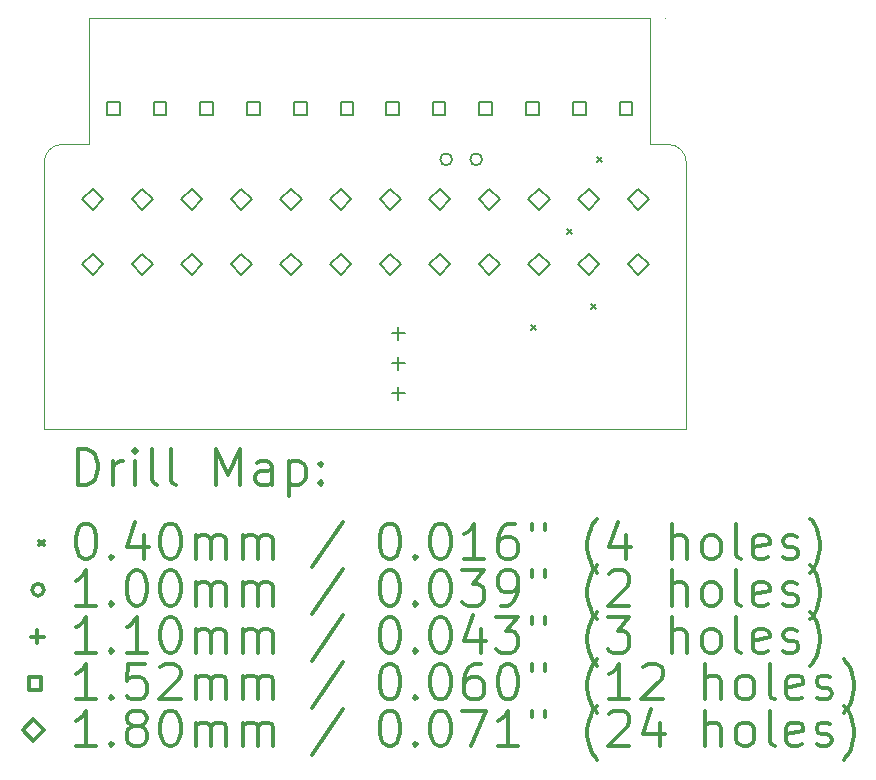
<source format=gbr>
%FSLAX45Y45*%
G04 Gerber Fmt 4.5, Leading zero omitted, Abs format (unit mm)*
G04 Created by KiCad (PCBNEW (5.1.6)-1) date 2022-11-08 14:58:41*
%MOMM*%
%LPD*%
G01*
G04 APERTURE LIST*
%TA.AperFunction,Profile*%
%ADD10C,0.050000*%
%TD*%
%ADD11C,0.200000*%
%ADD12C,0.300000*%
G04 APERTURE END LIST*
D10*
X12166600Y-9906000D02*
G75*
G02*
X12319000Y-9753600I152400J0D01*
G01*
X17449800Y-9753600D02*
G75*
G02*
X17602200Y-9906000I0J-152400D01*
G01*
X12547600Y-9753600D02*
X12319000Y-9753600D01*
X12547600Y-9753600D02*
X12547600Y-8686800D01*
X17297400Y-9753600D02*
X17297400Y-8686800D01*
X17449800Y-9753600D02*
X17297400Y-9753600D01*
X12166600Y-12166600D02*
X12166600Y-9906000D01*
X17424400Y-8686800D02*
X17424400Y-8686800D01*
X17602200Y-12166600D02*
X17602200Y-9906000D01*
X12166600Y-12166600D02*
X17602200Y-12166600D01*
X12547600Y-8686800D02*
X17297400Y-8686800D01*
D11*
X16286800Y-11283000D02*
X16326800Y-11323000D01*
X16326800Y-11283000D02*
X16286800Y-11323000D01*
X16591600Y-10470200D02*
X16631600Y-10510200D01*
X16631600Y-10470200D02*
X16591600Y-10510200D01*
X16794800Y-11105200D02*
X16834800Y-11145200D01*
X16834800Y-11105200D02*
X16794800Y-11145200D01*
X16845600Y-9860600D02*
X16885600Y-9900600D01*
X16885600Y-9860600D02*
X16845600Y-9900600D01*
X15620200Y-9880600D02*
G75*
G03*
X15620200Y-9880600I-50000J0D01*
G01*
X15874200Y-9880600D02*
G75*
G03*
X15874200Y-9880600I-50000J0D01*
G01*
X15163800Y-11298800D02*
X15163800Y-11408800D01*
X15108800Y-11353800D02*
X15218800Y-11353800D01*
X15163800Y-11552800D02*
X15163800Y-11662800D01*
X15108800Y-11607800D02*
X15218800Y-11607800D01*
X15163800Y-11806800D02*
X15163800Y-11916800D01*
X15108800Y-11861800D02*
X15218800Y-11861800D01*
X15166741Y-9502541D02*
X15166741Y-9395059D01*
X15059259Y-9395059D01*
X15059259Y-9502541D01*
X15166741Y-9502541D01*
X15562741Y-9502541D02*
X15562741Y-9395059D01*
X15455259Y-9395059D01*
X15455259Y-9502541D01*
X15562741Y-9502541D01*
X15958741Y-9502541D02*
X15958741Y-9395059D01*
X15851259Y-9395059D01*
X15851259Y-9502541D01*
X15958741Y-9502541D01*
X16354741Y-9502541D02*
X16354741Y-9395059D01*
X16247259Y-9395059D01*
X16247259Y-9502541D01*
X16354741Y-9502541D01*
X16750741Y-9502541D02*
X16750741Y-9395059D01*
X16643259Y-9395059D01*
X16643259Y-9502541D01*
X16750741Y-9502541D01*
X17146741Y-9502541D02*
X17146741Y-9395059D01*
X17039259Y-9395059D01*
X17039259Y-9502541D01*
X17146741Y-9502541D01*
X12804541Y-9502541D02*
X12804541Y-9395059D01*
X12697059Y-9395059D01*
X12697059Y-9502541D01*
X12804541Y-9502541D01*
X13200541Y-9502541D02*
X13200541Y-9395059D01*
X13093059Y-9395059D01*
X13093059Y-9502541D01*
X13200541Y-9502541D01*
X13596541Y-9502541D02*
X13596541Y-9395059D01*
X13489059Y-9395059D01*
X13489059Y-9502541D01*
X13596541Y-9502541D01*
X13992541Y-9502541D02*
X13992541Y-9395059D01*
X13885059Y-9395059D01*
X13885059Y-9502541D01*
X13992541Y-9502541D01*
X14388541Y-9502541D02*
X14388541Y-9395059D01*
X14281059Y-9395059D01*
X14281059Y-9502541D01*
X14388541Y-9502541D01*
X14784541Y-9502541D02*
X14784541Y-9395059D01*
X14677059Y-9395059D01*
X14677059Y-9502541D01*
X14784541Y-9502541D01*
X12575800Y-10309600D02*
X12665800Y-10219600D01*
X12575800Y-10129600D01*
X12485800Y-10219600D01*
X12575800Y-10309600D01*
X12575800Y-10859600D02*
X12665800Y-10769600D01*
X12575800Y-10679600D01*
X12485800Y-10769600D01*
X12575800Y-10859600D01*
X12995800Y-10309600D02*
X13085800Y-10219600D01*
X12995800Y-10129600D01*
X12905800Y-10219600D01*
X12995800Y-10309600D01*
X12995800Y-10859600D02*
X13085800Y-10769600D01*
X12995800Y-10679600D01*
X12905800Y-10769600D01*
X12995800Y-10859600D01*
X13415800Y-10309600D02*
X13505800Y-10219600D01*
X13415800Y-10129600D01*
X13325800Y-10219600D01*
X13415800Y-10309600D01*
X13415800Y-10859600D02*
X13505800Y-10769600D01*
X13415800Y-10679600D01*
X13325800Y-10769600D01*
X13415800Y-10859600D01*
X13835800Y-10309600D02*
X13925800Y-10219600D01*
X13835800Y-10129600D01*
X13745800Y-10219600D01*
X13835800Y-10309600D01*
X13835800Y-10859600D02*
X13925800Y-10769600D01*
X13835800Y-10679600D01*
X13745800Y-10769600D01*
X13835800Y-10859600D01*
X14255800Y-10309600D02*
X14345800Y-10219600D01*
X14255800Y-10129600D01*
X14165800Y-10219600D01*
X14255800Y-10309600D01*
X14255800Y-10859600D02*
X14345800Y-10769600D01*
X14255800Y-10679600D01*
X14165800Y-10769600D01*
X14255800Y-10859600D01*
X14675800Y-10309600D02*
X14765800Y-10219600D01*
X14675800Y-10129600D01*
X14585800Y-10219600D01*
X14675800Y-10309600D01*
X14675800Y-10859600D02*
X14765800Y-10769600D01*
X14675800Y-10679600D01*
X14585800Y-10769600D01*
X14675800Y-10859600D01*
X15095800Y-10309600D02*
X15185800Y-10219600D01*
X15095800Y-10129600D01*
X15005800Y-10219600D01*
X15095800Y-10309600D01*
X15095800Y-10859600D02*
X15185800Y-10769600D01*
X15095800Y-10679600D01*
X15005800Y-10769600D01*
X15095800Y-10859600D01*
X15515800Y-10309600D02*
X15605800Y-10219600D01*
X15515800Y-10129600D01*
X15425800Y-10219600D01*
X15515800Y-10309600D01*
X15515800Y-10859600D02*
X15605800Y-10769600D01*
X15515800Y-10679600D01*
X15425800Y-10769600D01*
X15515800Y-10859600D01*
X15935800Y-10309600D02*
X16025800Y-10219600D01*
X15935800Y-10129600D01*
X15845800Y-10219600D01*
X15935800Y-10309600D01*
X15935800Y-10859600D02*
X16025800Y-10769600D01*
X15935800Y-10679600D01*
X15845800Y-10769600D01*
X15935800Y-10859600D01*
X16355800Y-10309600D02*
X16445800Y-10219600D01*
X16355800Y-10129600D01*
X16265800Y-10219600D01*
X16355800Y-10309600D01*
X16355800Y-10859600D02*
X16445800Y-10769600D01*
X16355800Y-10679600D01*
X16265800Y-10769600D01*
X16355800Y-10859600D01*
X16775800Y-10309600D02*
X16865800Y-10219600D01*
X16775800Y-10129600D01*
X16685800Y-10219600D01*
X16775800Y-10309600D01*
X16775800Y-10859600D02*
X16865800Y-10769600D01*
X16775800Y-10679600D01*
X16685800Y-10769600D01*
X16775800Y-10859600D01*
X17195800Y-10309600D02*
X17285800Y-10219600D01*
X17195800Y-10129600D01*
X17105800Y-10219600D01*
X17195800Y-10309600D01*
X17195800Y-10859600D02*
X17285800Y-10769600D01*
X17195800Y-10679600D01*
X17105800Y-10769600D01*
X17195800Y-10859600D01*
D12*
X12450528Y-12634814D02*
X12450528Y-12334814D01*
X12521957Y-12334814D01*
X12564814Y-12349100D01*
X12593386Y-12377671D01*
X12607671Y-12406243D01*
X12621957Y-12463386D01*
X12621957Y-12506243D01*
X12607671Y-12563386D01*
X12593386Y-12591957D01*
X12564814Y-12620529D01*
X12521957Y-12634814D01*
X12450528Y-12634814D01*
X12750528Y-12634814D02*
X12750528Y-12434814D01*
X12750528Y-12491957D02*
X12764814Y-12463386D01*
X12779100Y-12449100D01*
X12807671Y-12434814D01*
X12836243Y-12434814D01*
X12936243Y-12634814D02*
X12936243Y-12434814D01*
X12936243Y-12334814D02*
X12921957Y-12349100D01*
X12936243Y-12363386D01*
X12950528Y-12349100D01*
X12936243Y-12334814D01*
X12936243Y-12363386D01*
X13121957Y-12634814D02*
X13093386Y-12620529D01*
X13079100Y-12591957D01*
X13079100Y-12334814D01*
X13279100Y-12634814D02*
X13250528Y-12620529D01*
X13236243Y-12591957D01*
X13236243Y-12334814D01*
X13621957Y-12634814D02*
X13621957Y-12334814D01*
X13721957Y-12549100D01*
X13821957Y-12334814D01*
X13821957Y-12634814D01*
X14093386Y-12634814D02*
X14093386Y-12477671D01*
X14079100Y-12449100D01*
X14050528Y-12434814D01*
X13993386Y-12434814D01*
X13964814Y-12449100D01*
X14093386Y-12620529D02*
X14064814Y-12634814D01*
X13993386Y-12634814D01*
X13964814Y-12620529D01*
X13950528Y-12591957D01*
X13950528Y-12563386D01*
X13964814Y-12534814D01*
X13993386Y-12520529D01*
X14064814Y-12520529D01*
X14093386Y-12506243D01*
X14236243Y-12434814D02*
X14236243Y-12734814D01*
X14236243Y-12449100D02*
X14264814Y-12434814D01*
X14321957Y-12434814D01*
X14350528Y-12449100D01*
X14364814Y-12463386D01*
X14379100Y-12491957D01*
X14379100Y-12577671D01*
X14364814Y-12606243D01*
X14350528Y-12620529D01*
X14321957Y-12634814D01*
X14264814Y-12634814D01*
X14236243Y-12620529D01*
X14507671Y-12606243D02*
X14521957Y-12620529D01*
X14507671Y-12634814D01*
X14493386Y-12620529D01*
X14507671Y-12606243D01*
X14507671Y-12634814D01*
X14507671Y-12449100D02*
X14521957Y-12463386D01*
X14507671Y-12477671D01*
X14493386Y-12463386D01*
X14507671Y-12449100D01*
X14507671Y-12477671D01*
X12124100Y-13109100D02*
X12164100Y-13149100D01*
X12164100Y-13109100D02*
X12124100Y-13149100D01*
X12507671Y-12964814D02*
X12536243Y-12964814D01*
X12564814Y-12979100D01*
X12579100Y-12993386D01*
X12593386Y-13021957D01*
X12607671Y-13079100D01*
X12607671Y-13150529D01*
X12593386Y-13207671D01*
X12579100Y-13236243D01*
X12564814Y-13250529D01*
X12536243Y-13264814D01*
X12507671Y-13264814D01*
X12479100Y-13250529D01*
X12464814Y-13236243D01*
X12450528Y-13207671D01*
X12436243Y-13150529D01*
X12436243Y-13079100D01*
X12450528Y-13021957D01*
X12464814Y-12993386D01*
X12479100Y-12979100D01*
X12507671Y-12964814D01*
X12736243Y-13236243D02*
X12750528Y-13250529D01*
X12736243Y-13264814D01*
X12721957Y-13250529D01*
X12736243Y-13236243D01*
X12736243Y-13264814D01*
X13007671Y-13064814D02*
X13007671Y-13264814D01*
X12936243Y-12950529D02*
X12864814Y-13164814D01*
X13050528Y-13164814D01*
X13221957Y-12964814D02*
X13250528Y-12964814D01*
X13279100Y-12979100D01*
X13293386Y-12993386D01*
X13307671Y-13021957D01*
X13321957Y-13079100D01*
X13321957Y-13150529D01*
X13307671Y-13207671D01*
X13293386Y-13236243D01*
X13279100Y-13250529D01*
X13250528Y-13264814D01*
X13221957Y-13264814D01*
X13193386Y-13250529D01*
X13179100Y-13236243D01*
X13164814Y-13207671D01*
X13150528Y-13150529D01*
X13150528Y-13079100D01*
X13164814Y-13021957D01*
X13179100Y-12993386D01*
X13193386Y-12979100D01*
X13221957Y-12964814D01*
X13450528Y-13264814D02*
X13450528Y-13064814D01*
X13450528Y-13093386D02*
X13464814Y-13079100D01*
X13493386Y-13064814D01*
X13536243Y-13064814D01*
X13564814Y-13079100D01*
X13579100Y-13107671D01*
X13579100Y-13264814D01*
X13579100Y-13107671D02*
X13593386Y-13079100D01*
X13621957Y-13064814D01*
X13664814Y-13064814D01*
X13693386Y-13079100D01*
X13707671Y-13107671D01*
X13707671Y-13264814D01*
X13850528Y-13264814D02*
X13850528Y-13064814D01*
X13850528Y-13093386D02*
X13864814Y-13079100D01*
X13893386Y-13064814D01*
X13936243Y-13064814D01*
X13964814Y-13079100D01*
X13979100Y-13107671D01*
X13979100Y-13264814D01*
X13979100Y-13107671D02*
X13993386Y-13079100D01*
X14021957Y-13064814D01*
X14064814Y-13064814D01*
X14093386Y-13079100D01*
X14107671Y-13107671D01*
X14107671Y-13264814D01*
X14693386Y-12950529D02*
X14436243Y-13336243D01*
X15079100Y-12964814D02*
X15107671Y-12964814D01*
X15136243Y-12979100D01*
X15150528Y-12993386D01*
X15164814Y-13021957D01*
X15179100Y-13079100D01*
X15179100Y-13150529D01*
X15164814Y-13207671D01*
X15150528Y-13236243D01*
X15136243Y-13250529D01*
X15107671Y-13264814D01*
X15079100Y-13264814D01*
X15050528Y-13250529D01*
X15036243Y-13236243D01*
X15021957Y-13207671D01*
X15007671Y-13150529D01*
X15007671Y-13079100D01*
X15021957Y-13021957D01*
X15036243Y-12993386D01*
X15050528Y-12979100D01*
X15079100Y-12964814D01*
X15307671Y-13236243D02*
X15321957Y-13250529D01*
X15307671Y-13264814D01*
X15293386Y-13250529D01*
X15307671Y-13236243D01*
X15307671Y-13264814D01*
X15507671Y-12964814D02*
X15536243Y-12964814D01*
X15564814Y-12979100D01*
X15579100Y-12993386D01*
X15593386Y-13021957D01*
X15607671Y-13079100D01*
X15607671Y-13150529D01*
X15593386Y-13207671D01*
X15579100Y-13236243D01*
X15564814Y-13250529D01*
X15536243Y-13264814D01*
X15507671Y-13264814D01*
X15479100Y-13250529D01*
X15464814Y-13236243D01*
X15450528Y-13207671D01*
X15436243Y-13150529D01*
X15436243Y-13079100D01*
X15450528Y-13021957D01*
X15464814Y-12993386D01*
X15479100Y-12979100D01*
X15507671Y-12964814D01*
X15893386Y-13264814D02*
X15721957Y-13264814D01*
X15807671Y-13264814D02*
X15807671Y-12964814D01*
X15779100Y-13007671D01*
X15750528Y-13036243D01*
X15721957Y-13050529D01*
X16150528Y-12964814D02*
X16093386Y-12964814D01*
X16064814Y-12979100D01*
X16050528Y-12993386D01*
X16021957Y-13036243D01*
X16007671Y-13093386D01*
X16007671Y-13207671D01*
X16021957Y-13236243D01*
X16036243Y-13250529D01*
X16064814Y-13264814D01*
X16121957Y-13264814D01*
X16150528Y-13250529D01*
X16164814Y-13236243D01*
X16179100Y-13207671D01*
X16179100Y-13136243D01*
X16164814Y-13107671D01*
X16150528Y-13093386D01*
X16121957Y-13079100D01*
X16064814Y-13079100D01*
X16036243Y-13093386D01*
X16021957Y-13107671D01*
X16007671Y-13136243D01*
X16293386Y-12964814D02*
X16293386Y-13021957D01*
X16407671Y-12964814D02*
X16407671Y-13021957D01*
X16850528Y-13379100D02*
X16836243Y-13364814D01*
X16807671Y-13321957D01*
X16793386Y-13293386D01*
X16779100Y-13250529D01*
X16764814Y-13179100D01*
X16764814Y-13121957D01*
X16779100Y-13050529D01*
X16793386Y-13007671D01*
X16807671Y-12979100D01*
X16836243Y-12936243D01*
X16850528Y-12921957D01*
X17093386Y-13064814D02*
X17093386Y-13264814D01*
X17021957Y-12950529D02*
X16950528Y-13164814D01*
X17136243Y-13164814D01*
X17479100Y-13264814D02*
X17479100Y-12964814D01*
X17607671Y-13264814D02*
X17607671Y-13107671D01*
X17593386Y-13079100D01*
X17564814Y-13064814D01*
X17521957Y-13064814D01*
X17493386Y-13079100D01*
X17479100Y-13093386D01*
X17793386Y-13264814D02*
X17764814Y-13250529D01*
X17750528Y-13236243D01*
X17736243Y-13207671D01*
X17736243Y-13121957D01*
X17750528Y-13093386D01*
X17764814Y-13079100D01*
X17793386Y-13064814D01*
X17836243Y-13064814D01*
X17864814Y-13079100D01*
X17879100Y-13093386D01*
X17893386Y-13121957D01*
X17893386Y-13207671D01*
X17879100Y-13236243D01*
X17864814Y-13250529D01*
X17836243Y-13264814D01*
X17793386Y-13264814D01*
X18064814Y-13264814D02*
X18036243Y-13250529D01*
X18021957Y-13221957D01*
X18021957Y-12964814D01*
X18293386Y-13250529D02*
X18264814Y-13264814D01*
X18207671Y-13264814D01*
X18179100Y-13250529D01*
X18164814Y-13221957D01*
X18164814Y-13107671D01*
X18179100Y-13079100D01*
X18207671Y-13064814D01*
X18264814Y-13064814D01*
X18293386Y-13079100D01*
X18307671Y-13107671D01*
X18307671Y-13136243D01*
X18164814Y-13164814D01*
X18421957Y-13250529D02*
X18450528Y-13264814D01*
X18507671Y-13264814D01*
X18536243Y-13250529D01*
X18550528Y-13221957D01*
X18550528Y-13207671D01*
X18536243Y-13179100D01*
X18507671Y-13164814D01*
X18464814Y-13164814D01*
X18436243Y-13150529D01*
X18421957Y-13121957D01*
X18421957Y-13107671D01*
X18436243Y-13079100D01*
X18464814Y-13064814D01*
X18507671Y-13064814D01*
X18536243Y-13079100D01*
X18650528Y-13379100D02*
X18664814Y-13364814D01*
X18693386Y-13321957D01*
X18707671Y-13293386D01*
X18721957Y-13250529D01*
X18736243Y-13179100D01*
X18736243Y-13121957D01*
X18721957Y-13050529D01*
X18707671Y-13007671D01*
X18693386Y-12979100D01*
X18664814Y-12936243D01*
X18650528Y-12921957D01*
X12164100Y-13525100D02*
G75*
G03*
X12164100Y-13525100I-50000J0D01*
G01*
X12607671Y-13660814D02*
X12436243Y-13660814D01*
X12521957Y-13660814D02*
X12521957Y-13360814D01*
X12493386Y-13403671D01*
X12464814Y-13432243D01*
X12436243Y-13446529D01*
X12736243Y-13632243D02*
X12750528Y-13646529D01*
X12736243Y-13660814D01*
X12721957Y-13646529D01*
X12736243Y-13632243D01*
X12736243Y-13660814D01*
X12936243Y-13360814D02*
X12964814Y-13360814D01*
X12993386Y-13375100D01*
X13007671Y-13389386D01*
X13021957Y-13417957D01*
X13036243Y-13475100D01*
X13036243Y-13546529D01*
X13021957Y-13603671D01*
X13007671Y-13632243D01*
X12993386Y-13646529D01*
X12964814Y-13660814D01*
X12936243Y-13660814D01*
X12907671Y-13646529D01*
X12893386Y-13632243D01*
X12879100Y-13603671D01*
X12864814Y-13546529D01*
X12864814Y-13475100D01*
X12879100Y-13417957D01*
X12893386Y-13389386D01*
X12907671Y-13375100D01*
X12936243Y-13360814D01*
X13221957Y-13360814D02*
X13250528Y-13360814D01*
X13279100Y-13375100D01*
X13293386Y-13389386D01*
X13307671Y-13417957D01*
X13321957Y-13475100D01*
X13321957Y-13546529D01*
X13307671Y-13603671D01*
X13293386Y-13632243D01*
X13279100Y-13646529D01*
X13250528Y-13660814D01*
X13221957Y-13660814D01*
X13193386Y-13646529D01*
X13179100Y-13632243D01*
X13164814Y-13603671D01*
X13150528Y-13546529D01*
X13150528Y-13475100D01*
X13164814Y-13417957D01*
X13179100Y-13389386D01*
X13193386Y-13375100D01*
X13221957Y-13360814D01*
X13450528Y-13660814D02*
X13450528Y-13460814D01*
X13450528Y-13489386D02*
X13464814Y-13475100D01*
X13493386Y-13460814D01*
X13536243Y-13460814D01*
X13564814Y-13475100D01*
X13579100Y-13503671D01*
X13579100Y-13660814D01*
X13579100Y-13503671D02*
X13593386Y-13475100D01*
X13621957Y-13460814D01*
X13664814Y-13460814D01*
X13693386Y-13475100D01*
X13707671Y-13503671D01*
X13707671Y-13660814D01*
X13850528Y-13660814D02*
X13850528Y-13460814D01*
X13850528Y-13489386D02*
X13864814Y-13475100D01*
X13893386Y-13460814D01*
X13936243Y-13460814D01*
X13964814Y-13475100D01*
X13979100Y-13503671D01*
X13979100Y-13660814D01*
X13979100Y-13503671D02*
X13993386Y-13475100D01*
X14021957Y-13460814D01*
X14064814Y-13460814D01*
X14093386Y-13475100D01*
X14107671Y-13503671D01*
X14107671Y-13660814D01*
X14693386Y-13346529D02*
X14436243Y-13732243D01*
X15079100Y-13360814D02*
X15107671Y-13360814D01*
X15136243Y-13375100D01*
X15150528Y-13389386D01*
X15164814Y-13417957D01*
X15179100Y-13475100D01*
X15179100Y-13546529D01*
X15164814Y-13603671D01*
X15150528Y-13632243D01*
X15136243Y-13646529D01*
X15107671Y-13660814D01*
X15079100Y-13660814D01*
X15050528Y-13646529D01*
X15036243Y-13632243D01*
X15021957Y-13603671D01*
X15007671Y-13546529D01*
X15007671Y-13475100D01*
X15021957Y-13417957D01*
X15036243Y-13389386D01*
X15050528Y-13375100D01*
X15079100Y-13360814D01*
X15307671Y-13632243D02*
X15321957Y-13646529D01*
X15307671Y-13660814D01*
X15293386Y-13646529D01*
X15307671Y-13632243D01*
X15307671Y-13660814D01*
X15507671Y-13360814D02*
X15536243Y-13360814D01*
X15564814Y-13375100D01*
X15579100Y-13389386D01*
X15593386Y-13417957D01*
X15607671Y-13475100D01*
X15607671Y-13546529D01*
X15593386Y-13603671D01*
X15579100Y-13632243D01*
X15564814Y-13646529D01*
X15536243Y-13660814D01*
X15507671Y-13660814D01*
X15479100Y-13646529D01*
X15464814Y-13632243D01*
X15450528Y-13603671D01*
X15436243Y-13546529D01*
X15436243Y-13475100D01*
X15450528Y-13417957D01*
X15464814Y-13389386D01*
X15479100Y-13375100D01*
X15507671Y-13360814D01*
X15707671Y-13360814D02*
X15893386Y-13360814D01*
X15793386Y-13475100D01*
X15836243Y-13475100D01*
X15864814Y-13489386D01*
X15879100Y-13503671D01*
X15893386Y-13532243D01*
X15893386Y-13603671D01*
X15879100Y-13632243D01*
X15864814Y-13646529D01*
X15836243Y-13660814D01*
X15750528Y-13660814D01*
X15721957Y-13646529D01*
X15707671Y-13632243D01*
X16036243Y-13660814D02*
X16093386Y-13660814D01*
X16121957Y-13646529D01*
X16136243Y-13632243D01*
X16164814Y-13589386D01*
X16179100Y-13532243D01*
X16179100Y-13417957D01*
X16164814Y-13389386D01*
X16150528Y-13375100D01*
X16121957Y-13360814D01*
X16064814Y-13360814D01*
X16036243Y-13375100D01*
X16021957Y-13389386D01*
X16007671Y-13417957D01*
X16007671Y-13489386D01*
X16021957Y-13517957D01*
X16036243Y-13532243D01*
X16064814Y-13546529D01*
X16121957Y-13546529D01*
X16150528Y-13532243D01*
X16164814Y-13517957D01*
X16179100Y-13489386D01*
X16293386Y-13360814D02*
X16293386Y-13417957D01*
X16407671Y-13360814D02*
X16407671Y-13417957D01*
X16850528Y-13775100D02*
X16836243Y-13760814D01*
X16807671Y-13717957D01*
X16793386Y-13689386D01*
X16779100Y-13646529D01*
X16764814Y-13575100D01*
X16764814Y-13517957D01*
X16779100Y-13446529D01*
X16793386Y-13403671D01*
X16807671Y-13375100D01*
X16836243Y-13332243D01*
X16850528Y-13317957D01*
X16950528Y-13389386D02*
X16964814Y-13375100D01*
X16993386Y-13360814D01*
X17064814Y-13360814D01*
X17093386Y-13375100D01*
X17107671Y-13389386D01*
X17121957Y-13417957D01*
X17121957Y-13446529D01*
X17107671Y-13489386D01*
X16936243Y-13660814D01*
X17121957Y-13660814D01*
X17479100Y-13660814D02*
X17479100Y-13360814D01*
X17607671Y-13660814D02*
X17607671Y-13503671D01*
X17593386Y-13475100D01*
X17564814Y-13460814D01*
X17521957Y-13460814D01*
X17493386Y-13475100D01*
X17479100Y-13489386D01*
X17793386Y-13660814D02*
X17764814Y-13646529D01*
X17750528Y-13632243D01*
X17736243Y-13603671D01*
X17736243Y-13517957D01*
X17750528Y-13489386D01*
X17764814Y-13475100D01*
X17793386Y-13460814D01*
X17836243Y-13460814D01*
X17864814Y-13475100D01*
X17879100Y-13489386D01*
X17893386Y-13517957D01*
X17893386Y-13603671D01*
X17879100Y-13632243D01*
X17864814Y-13646529D01*
X17836243Y-13660814D01*
X17793386Y-13660814D01*
X18064814Y-13660814D02*
X18036243Y-13646529D01*
X18021957Y-13617957D01*
X18021957Y-13360814D01*
X18293386Y-13646529D02*
X18264814Y-13660814D01*
X18207671Y-13660814D01*
X18179100Y-13646529D01*
X18164814Y-13617957D01*
X18164814Y-13503671D01*
X18179100Y-13475100D01*
X18207671Y-13460814D01*
X18264814Y-13460814D01*
X18293386Y-13475100D01*
X18307671Y-13503671D01*
X18307671Y-13532243D01*
X18164814Y-13560814D01*
X18421957Y-13646529D02*
X18450528Y-13660814D01*
X18507671Y-13660814D01*
X18536243Y-13646529D01*
X18550528Y-13617957D01*
X18550528Y-13603671D01*
X18536243Y-13575100D01*
X18507671Y-13560814D01*
X18464814Y-13560814D01*
X18436243Y-13546529D01*
X18421957Y-13517957D01*
X18421957Y-13503671D01*
X18436243Y-13475100D01*
X18464814Y-13460814D01*
X18507671Y-13460814D01*
X18536243Y-13475100D01*
X18650528Y-13775100D02*
X18664814Y-13760814D01*
X18693386Y-13717957D01*
X18707671Y-13689386D01*
X18721957Y-13646529D01*
X18736243Y-13575100D01*
X18736243Y-13517957D01*
X18721957Y-13446529D01*
X18707671Y-13403671D01*
X18693386Y-13375100D01*
X18664814Y-13332243D01*
X18650528Y-13317957D01*
X12109100Y-13866100D02*
X12109100Y-13976100D01*
X12054100Y-13921100D02*
X12164100Y-13921100D01*
X12607671Y-14056814D02*
X12436243Y-14056814D01*
X12521957Y-14056814D02*
X12521957Y-13756814D01*
X12493386Y-13799671D01*
X12464814Y-13828243D01*
X12436243Y-13842529D01*
X12736243Y-14028243D02*
X12750528Y-14042529D01*
X12736243Y-14056814D01*
X12721957Y-14042529D01*
X12736243Y-14028243D01*
X12736243Y-14056814D01*
X13036243Y-14056814D02*
X12864814Y-14056814D01*
X12950528Y-14056814D02*
X12950528Y-13756814D01*
X12921957Y-13799671D01*
X12893386Y-13828243D01*
X12864814Y-13842529D01*
X13221957Y-13756814D02*
X13250528Y-13756814D01*
X13279100Y-13771100D01*
X13293386Y-13785386D01*
X13307671Y-13813957D01*
X13321957Y-13871100D01*
X13321957Y-13942529D01*
X13307671Y-13999671D01*
X13293386Y-14028243D01*
X13279100Y-14042529D01*
X13250528Y-14056814D01*
X13221957Y-14056814D01*
X13193386Y-14042529D01*
X13179100Y-14028243D01*
X13164814Y-13999671D01*
X13150528Y-13942529D01*
X13150528Y-13871100D01*
X13164814Y-13813957D01*
X13179100Y-13785386D01*
X13193386Y-13771100D01*
X13221957Y-13756814D01*
X13450528Y-14056814D02*
X13450528Y-13856814D01*
X13450528Y-13885386D02*
X13464814Y-13871100D01*
X13493386Y-13856814D01*
X13536243Y-13856814D01*
X13564814Y-13871100D01*
X13579100Y-13899671D01*
X13579100Y-14056814D01*
X13579100Y-13899671D02*
X13593386Y-13871100D01*
X13621957Y-13856814D01*
X13664814Y-13856814D01*
X13693386Y-13871100D01*
X13707671Y-13899671D01*
X13707671Y-14056814D01*
X13850528Y-14056814D02*
X13850528Y-13856814D01*
X13850528Y-13885386D02*
X13864814Y-13871100D01*
X13893386Y-13856814D01*
X13936243Y-13856814D01*
X13964814Y-13871100D01*
X13979100Y-13899671D01*
X13979100Y-14056814D01*
X13979100Y-13899671D02*
X13993386Y-13871100D01*
X14021957Y-13856814D01*
X14064814Y-13856814D01*
X14093386Y-13871100D01*
X14107671Y-13899671D01*
X14107671Y-14056814D01*
X14693386Y-13742529D02*
X14436243Y-14128243D01*
X15079100Y-13756814D02*
X15107671Y-13756814D01*
X15136243Y-13771100D01*
X15150528Y-13785386D01*
X15164814Y-13813957D01*
X15179100Y-13871100D01*
X15179100Y-13942529D01*
X15164814Y-13999671D01*
X15150528Y-14028243D01*
X15136243Y-14042529D01*
X15107671Y-14056814D01*
X15079100Y-14056814D01*
X15050528Y-14042529D01*
X15036243Y-14028243D01*
X15021957Y-13999671D01*
X15007671Y-13942529D01*
X15007671Y-13871100D01*
X15021957Y-13813957D01*
X15036243Y-13785386D01*
X15050528Y-13771100D01*
X15079100Y-13756814D01*
X15307671Y-14028243D02*
X15321957Y-14042529D01*
X15307671Y-14056814D01*
X15293386Y-14042529D01*
X15307671Y-14028243D01*
X15307671Y-14056814D01*
X15507671Y-13756814D02*
X15536243Y-13756814D01*
X15564814Y-13771100D01*
X15579100Y-13785386D01*
X15593386Y-13813957D01*
X15607671Y-13871100D01*
X15607671Y-13942529D01*
X15593386Y-13999671D01*
X15579100Y-14028243D01*
X15564814Y-14042529D01*
X15536243Y-14056814D01*
X15507671Y-14056814D01*
X15479100Y-14042529D01*
X15464814Y-14028243D01*
X15450528Y-13999671D01*
X15436243Y-13942529D01*
X15436243Y-13871100D01*
X15450528Y-13813957D01*
X15464814Y-13785386D01*
X15479100Y-13771100D01*
X15507671Y-13756814D01*
X15864814Y-13856814D02*
X15864814Y-14056814D01*
X15793386Y-13742529D02*
X15721957Y-13956814D01*
X15907671Y-13956814D01*
X15993386Y-13756814D02*
X16179100Y-13756814D01*
X16079100Y-13871100D01*
X16121957Y-13871100D01*
X16150528Y-13885386D01*
X16164814Y-13899671D01*
X16179100Y-13928243D01*
X16179100Y-13999671D01*
X16164814Y-14028243D01*
X16150528Y-14042529D01*
X16121957Y-14056814D01*
X16036243Y-14056814D01*
X16007671Y-14042529D01*
X15993386Y-14028243D01*
X16293386Y-13756814D02*
X16293386Y-13813957D01*
X16407671Y-13756814D02*
X16407671Y-13813957D01*
X16850528Y-14171100D02*
X16836243Y-14156814D01*
X16807671Y-14113957D01*
X16793386Y-14085386D01*
X16779100Y-14042529D01*
X16764814Y-13971100D01*
X16764814Y-13913957D01*
X16779100Y-13842529D01*
X16793386Y-13799671D01*
X16807671Y-13771100D01*
X16836243Y-13728243D01*
X16850528Y-13713957D01*
X16936243Y-13756814D02*
X17121957Y-13756814D01*
X17021957Y-13871100D01*
X17064814Y-13871100D01*
X17093386Y-13885386D01*
X17107671Y-13899671D01*
X17121957Y-13928243D01*
X17121957Y-13999671D01*
X17107671Y-14028243D01*
X17093386Y-14042529D01*
X17064814Y-14056814D01*
X16979100Y-14056814D01*
X16950528Y-14042529D01*
X16936243Y-14028243D01*
X17479100Y-14056814D02*
X17479100Y-13756814D01*
X17607671Y-14056814D02*
X17607671Y-13899671D01*
X17593386Y-13871100D01*
X17564814Y-13856814D01*
X17521957Y-13856814D01*
X17493386Y-13871100D01*
X17479100Y-13885386D01*
X17793386Y-14056814D02*
X17764814Y-14042529D01*
X17750528Y-14028243D01*
X17736243Y-13999671D01*
X17736243Y-13913957D01*
X17750528Y-13885386D01*
X17764814Y-13871100D01*
X17793386Y-13856814D01*
X17836243Y-13856814D01*
X17864814Y-13871100D01*
X17879100Y-13885386D01*
X17893386Y-13913957D01*
X17893386Y-13999671D01*
X17879100Y-14028243D01*
X17864814Y-14042529D01*
X17836243Y-14056814D01*
X17793386Y-14056814D01*
X18064814Y-14056814D02*
X18036243Y-14042529D01*
X18021957Y-14013957D01*
X18021957Y-13756814D01*
X18293386Y-14042529D02*
X18264814Y-14056814D01*
X18207671Y-14056814D01*
X18179100Y-14042529D01*
X18164814Y-14013957D01*
X18164814Y-13899671D01*
X18179100Y-13871100D01*
X18207671Y-13856814D01*
X18264814Y-13856814D01*
X18293386Y-13871100D01*
X18307671Y-13899671D01*
X18307671Y-13928243D01*
X18164814Y-13956814D01*
X18421957Y-14042529D02*
X18450528Y-14056814D01*
X18507671Y-14056814D01*
X18536243Y-14042529D01*
X18550528Y-14013957D01*
X18550528Y-13999671D01*
X18536243Y-13971100D01*
X18507671Y-13956814D01*
X18464814Y-13956814D01*
X18436243Y-13942529D01*
X18421957Y-13913957D01*
X18421957Y-13899671D01*
X18436243Y-13871100D01*
X18464814Y-13856814D01*
X18507671Y-13856814D01*
X18536243Y-13871100D01*
X18650528Y-14171100D02*
X18664814Y-14156814D01*
X18693386Y-14113957D01*
X18707671Y-14085386D01*
X18721957Y-14042529D01*
X18736243Y-13971100D01*
X18736243Y-13913957D01*
X18721957Y-13842529D01*
X18707671Y-13799671D01*
X18693386Y-13771100D01*
X18664814Y-13728243D01*
X18650528Y-13713957D01*
X12141840Y-14370841D02*
X12141840Y-14263359D01*
X12034359Y-14263359D01*
X12034359Y-14370841D01*
X12141840Y-14370841D01*
X12607671Y-14452814D02*
X12436243Y-14452814D01*
X12521957Y-14452814D02*
X12521957Y-14152814D01*
X12493386Y-14195671D01*
X12464814Y-14224243D01*
X12436243Y-14238529D01*
X12736243Y-14424243D02*
X12750528Y-14438529D01*
X12736243Y-14452814D01*
X12721957Y-14438529D01*
X12736243Y-14424243D01*
X12736243Y-14452814D01*
X13021957Y-14152814D02*
X12879100Y-14152814D01*
X12864814Y-14295671D01*
X12879100Y-14281386D01*
X12907671Y-14267100D01*
X12979100Y-14267100D01*
X13007671Y-14281386D01*
X13021957Y-14295671D01*
X13036243Y-14324243D01*
X13036243Y-14395671D01*
X13021957Y-14424243D01*
X13007671Y-14438529D01*
X12979100Y-14452814D01*
X12907671Y-14452814D01*
X12879100Y-14438529D01*
X12864814Y-14424243D01*
X13150528Y-14181386D02*
X13164814Y-14167100D01*
X13193386Y-14152814D01*
X13264814Y-14152814D01*
X13293386Y-14167100D01*
X13307671Y-14181386D01*
X13321957Y-14209957D01*
X13321957Y-14238529D01*
X13307671Y-14281386D01*
X13136243Y-14452814D01*
X13321957Y-14452814D01*
X13450528Y-14452814D02*
X13450528Y-14252814D01*
X13450528Y-14281386D02*
X13464814Y-14267100D01*
X13493386Y-14252814D01*
X13536243Y-14252814D01*
X13564814Y-14267100D01*
X13579100Y-14295671D01*
X13579100Y-14452814D01*
X13579100Y-14295671D02*
X13593386Y-14267100D01*
X13621957Y-14252814D01*
X13664814Y-14252814D01*
X13693386Y-14267100D01*
X13707671Y-14295671D01*
X13707671Y-14452814D01*
X13850528Y-14452814D02*
X13850528Y-14252814D01*
X13850528Y-14281386D02*
X13864814Y-14267100D01*
X13893386Y-14252814D01*
X13936243Y-14252814D01*
X13964814Y-14267100D01*
X13979100Y-14295671D01*
X13979100Y-14452814D01*
X13979100Y-14295671D02*
X13993386Y-14267100D01*
X14021957Y-14252814D01*
X14064814Y-14252814D01*
X14093386Y-14267100D01*
X14107671Y-14295671D01*
X14107671Y-14452814D01*
X14693386Y-14138529D02*
X14436243Y-14524243D01*
X15079100Y-14152814D02*
X15107671Y-14152814D01*
X15136243Y-14167100D01*
X15150528Y-14181386D01*
X15164814Y-14209957D01*
X15179100Y-14267100D01*
X15179100Y-14338529D01*
X15164814Y-14395671D01*
X15150528Y-14424243D01*
X15136243Y-14438529D01*
X15107671Y-14452814D01*
X15079100Y-14452814D01*
X15050528Y-14438529D01*
X15036243Y-14424243D01*
X15021957Y-14395671D01*
X15007671Y-14338529D01*
X15007671Y-14267100D01*
X15021957Y-14209957D01*
X15036243Y-14181386D01*
X15050528Y-14167100D01*
X15079100Y-14152814D01*
X15307671Y-14424243D02*
X15321957Y-14438529D01*
X15307671Y-14452814D01*
X15293386Y-14438529D01*
X15307671Y-14424243D01*
X15307671Y-14452814D01*
X15507671Y-14152814D02*
X15536243Y-14152814D01*
X15564814Y-14167100D01*
X15579100Y-14181386D01*
X15593386Y-14209957D01*
X15607671Y-14267100D01*
X15607671Y-14338529D01*
X15593386Y-14395671D01*
X15579100Y-14424243D01*
X15564814Y-14438529D01*
X15536243Y-14452814D01*
X15507671Y-14452814D01*
X15479100Y-14438529D01*
X15464814Y-14424243D01*
X15450528Y-14395671D01*
X15436243Y-14338529D01*
X15436243Y-14267100D01*
X15450528Y-14209957D01*
X15464814Y-14181386D01*
X15479100Y-14167100D01*
X15507671Y-14152814D01*
X15864814Y-14152814D02*
X15807671Y-14152814D01*
X15779100Y-14167100D01*
X15764814Y-14181386D01*
X15736243Y-14224243D01*
X15721957Y-14281386D01*
X15721957Y-14395671D01*
X15736243Y-14424243D01*
X15750528Y-14438529D01*
X15779100Y-14452814D01*
X15836243Y-14452814D01*
X15864814Y-14438529D01*
X15879100Y-14424243D01*
X15893386Y-14395671D01*
X15893386Y-14324243D01*
X15879100Y-14295671D01*
X15864814Y-14281386D01*
X15836243Y-14267100D01*
X15779100Y-14267100D01*
X15750528Y-14281386D01*
X15736243Y-14295671D01*
X15721957Y-14324243D01*
X16079100Y-14152814D02*
X16107671Y-14152814D01*
X16136243Y-14167100D01*
X16150528Y-14181386D01*
X16164814Y-14209957D01*
X16179100Y-14267100D01*
X16179100Y-14338529D01*
X16164814Y-14395671D01*
X16150528Y-14424243D01*
X16136243Y-14438529D01*
X16107671Y-14452814D01*
X16079100Y-14452814D01*
X16050528Y-14438529D01*
X16036243Y-14424243D01*
X16021957Y-14395671D01*
X16007671Y-14338529D01*
X16007671Y-14267100D01*
X16021957Y-14209957D01*
X16036243Y-14181386D01*
X16050528Y-14167100D01*
X16079100Y-14152814D01*
X16293386Y-14152814D02*
X16293386Y-14209957D01*
X16407671Y-14152814D02*
X16407671Y-14209957D01*
X16850528Y-14567100D02*
X16836243Y-14552814D01*
X16807671Y-14509957D01*
X16793386Y-14481386D01*
X16779100Y-14438529D01*
X16764814Y-14367100D01*
X16764814Y-14309957D01*
X16779100Y-14238529D01*
X16793386Y-14195671D01*
X16807671Y-14167100D01*
X16836243Y-14124243D01*
X16850528Y-14109957D01*
X17121957Y-14452814D02*
X16950528Y-14452814D01*
X17036243Y-14452814D02*
X17036243Y-14152814D01*
X17007671Y-14195671D01*
X16979100Y-14224243D01*
X16950528Y-14238529D01*
X17236243Y-14181386D02*
X17250528Y-14167100D01*
X17279100Y-14152814D01*
X17350528Y-14152814D01*
X17379100Y-14167100D01*
X17393386Y-14181386D01*
X17407671Y-14209957D01*
X17407671Y-14238529D01*
X17393386Y-14281386D01*
X17221957Y-14452814D01*
X17407671Y-14452814D01*
X17764814Y-14452814D02*
X17764814Y-14152814D01*
X17893386Y-14452814D02*
X17893386Y-14295671D01*
X17879100Y-14267100D01*
X17850528Y-14252814D01*
X17807671Y-14252814D01*
X17779100Y-14267100D01*
X17764814Y-14281386D01*
X18079100Y-14452814D02*
X18050528Y-14438529D01*
X18036243Y-14424243D01*
X18021957Y-14395671D01*
X18021957Y-14309957D01*
X18036243Y-14281386D01*
X18050528Y-14267100D01*
X18079100Y-14252814D01*
X18121957Y-14252814D01*
X18150528Y-14267100D01*
X18164814Y-14281386D01*
X18179100Y-14309957D01*
X18179100Y-14395671D01*
X18164814Y-14424243D01*
X18150528Y-14438529D01*
X18121957Y-14452814D01*
X18079100Y-14452814D01*
X18350528Y-14452814D02*
X18321957Y-14438529D01*
X18307671Y-14409957D01*
X18307671Y-14152814D01*
X18579100Y-14438529D02*
X18550528Y-14452814D01*
X18493386Y-14452814D01*
X18464814Y-14438529D01*
X18450528Y-14409957D01*
X18450528Y-14295671D01*
X18464814Y-14267100D01*
X18493386Y-14252814D01*
X18550528Y-14252814D01*
X18579100Y-14267100D01*
X18593386Y-14295671D01*
X18593386Y-14324243D01*
X18450528Y-14352814D01*
X18707671Y-14438529D02*
X18736243Y-14452814D01*
X18793386Y-14452814D01*
X18821957Y-14438529D01*
X18836243Y-14409957D01*
X18836243Y-14395671D01*
X18821957Y-14367100D01*
X18793386Y-14352814D01*
X18750528Y-14352814D01*
X18721957Y-14338529D01*
X18707671Y-14309957D01*
X18707671Y-14295671D01*
X18721957Y-14267100D01*
X18750528Y-14252814D01*
X18793386Y-14252814D01*
X18821957Y-14267100D01*
X18936243Y-14567100D02*
X18950528Y-14552814D01*
X18979100Y-14509957D01*
X18993386Y-14481386D01*
X19007671Y-14438529D01*
X19021957Y-14367100D01*
X19021957Y-14309957D01*
X19007671Y-14238529D01*
X18993386Y-14195671D01*
X18979100Y-14167100D01*
X18950528Y-14124243D01*
X18936243Y-14109957D01*
X12074100Y-14803100D02*
X12164100Y-14713100D01*
X12074100Y-14623100D01*
X11984100Y-14713100D01*
X12074100Y-14803100D01*
X12607671Y-14848814D02*
X12436243Y-14848814D01*
X12521957Y-14848814D02*
X12521957Y-14548814D01*
X12493386Y-14591671D01*
X12464814Y-14620243D01*
X12436243Y-14634529D01*
X12736243Y-14820243D02*
X12750528Y-14834529D01*
X12736243Y-14848814D01*
X12721957Y-14834529D01*
X12736243Y-14820243D01*
X12736243Y-14848814D01*
X12921957Y-14677386D02*
X12893386Y-14663100D01*
X12879100Y-14648814D01*
X12864814Y-14620243D01*
X12864814Y-14605957D01*
X12879100Y-14577386D01*
X12893386Y-14563100D01*
X12921957Y-14548814D01*
X12979100Y-14548814D01*
X13007671Y-14563100D01*
X13021957Y-14577386D01*
X13036243Y-14605957D01*
X13036243Y-14620243D01*
X13021957Y-14648814D01*
X13007671Y-14663100D01*
X12979100Y-14677386D01*
X12921957Y-14677386D01*
X12893386Y-14691671D01*
X12879100Y-14705957D01*
X12864814Y-14734529D01*
X12864814Y-14791671D01*
X12879100Y-14820243D01*
X12893386Y-14834529D01*
X12921957Y-14848814D01*
X12979100Y-14848814D01*
X13007671Y-14834529D01*
X13021957Y-14820243D01*
X13036243Y-14791671D01*
X13036243Y-14734529D01*
X13021957Y-14705957D01*
X13007671Y-14691671D01*
X12979100Y-14677386D01*
X13221957Y-14548814D02*
X13250528Y-14548814D01*
X13279100Y-14563100D01*
X13293386Y-14577386D01*
X13307671Y-14605957D01*
X13321957Y-14663100D01*
X13321957Y-14734529D01*
X13307671Y-14791671D01*
X13293386Y-14820243D01*
X13279100Y-14834529D01*
X13250528Y-14848814D01*
X13221957Y-14848814D01*
X13193386Y-14834529D01*
X13179100Y-14820243D01*
X13164814Y-14791671D01*
X13150528Y-14734529D01*
X13150528Y-14663100D01*
X13164814Y-14605957D01*
X13179100Y-14577386D01*
X13193386Y-14563100D01*
X13221957Y-14548814D01*
X13450528Y-14848814D02*
X13450528Y-14648814D01*
X13450528Y-14677386D02*
X13464814Y-14663100D01*
X13493386Y-14648814D01*
X13536243Y-14648814D01*
X13564814Y-14663100D01*
X13579100Y-14691671D01*
X13579100Y-14848814D01*
X13579100Y-14691671D02*
X13593386Y-14663100D01*
X13621957Y-14648814D01*
X13664814Y-14648814D01*
X13693386Y-14663100D01*
X13707671Y-14691671D01*
X13707671Y-14848814D01*
X13850528Y-14848814D02*
X13850528Y-14648814D01*
X13850528Y-14677386D02*
X13864814Y-14663100D01*
X13893386Y-14648814D01*
X13936243Y-14648814D01*
X13964814Y-14663100D01*
X13979100Y-14691671D01*
X13979100Y-14848814D01*
X13979100Y-14691671D02*
X13993386Y-14663100D01*
X14021957Y-14648814D01*
X14064814Y-14648814D01*
X14093386Y-14663100D01*
X14107671Y-14691671D01*
X14107671Y-14848814D01*
X14693386Y-14534529D02*
X14436243Y-14920243D01*
X15079100Y-14548814D02*
X15107671Y-14548814D01*
X15136243Y-14563100D01*
X15150528Y-14577386D01*
X15164814Y-14605957D01*
X15179100Y-14663100D01*
X15179100Y-14734529D01*
X15164814Y-14791671D01*
X15150528Y-14820243D01*
X15136243Y-14834529D01*
X15107671Y-14848814D01*
X15079100Y-14848814D01*
X15050528Y-14834529D01*
X15036243Y-14820243D01*
X15021957Y-14791671D01*
X15007671Y-14734529D01*
X15007671Y-14663100D01*
X15021957Y-14605957D01*
X15036243Y-14577386D01*
X15050528Y-14563100D01*
X15079100Y-14548814D01*
X15307671Y-14820243D02*
X15321957Y-14834529D01*
X15307671Y-14848814D01*
X15293386Y-14834529D01*
X15307671Y-14820243D01*
X15307671Y-14848814D01*
X15507671Y-14548814D02*
X15536243Y-14548814D01*
X15564814Y-14563100D01*
X15579100Y-14577386D01*
X15593386Y-14605957D01*
X15607671Y-14663100D01*
X15607671Y-14734529D01*
X15593386Y-14791671D01*
X15579100Y-14820243D01*
X15564814Y-14834529D01*
X15536243Y-14848814D01*
X15507671Y-14848814D01*
X15479100Y-14834529D01*
X15464814Y-14820243D01*
X15450528Y-14791671D01*
X15436243Y-14734529D01*
X15436243Y-14663100D01*
X15450528Y-14605957D01*
X15464814Y-14577386D01*
X15479100Y-14563100D01*
X15507671Y-14548814D01*
X15707671Y-14548814D02*
X15907671Y-14548814D01*
X15779100Y-14848814D01*
X16179100Y-14848814D02*
X16007671Y-14848814D01*
X16093386Y-14848814D02*
X16093386Y-14548814D01*
X16064814Y-14591671D01*
X16036243Y-14620243D01*
X16007671Y-14634529D01*
X16293386Y-14548814D02*
X16293386Y-14605957D01*
X16407671Y-14548814D02*
X16407671Y-14605957D01*
X16850528Y-14963100D02*
X16836243Y-14948814D01*
X16807671Y-14905957D01*
X16793386Y-14877386D01*
X16779100Y-14834529D01*
X16764814Y-14763100D01*
X16764814Y-14705957D01*
X16779100Y-14634529D01*
X16793386Y-14591671D01*
X16807671Y-14563100D01*
X16836243Y-14520243D01*
X16850528Y-14505957D01*
X16950528Y-14577386D02*
X16964814Y-14563100D01*
X16993386Y-14548814D01*
X17064814Y-14548814D01*
X17093386Y-14563100D01*
X17107671Y-14577386D01*
X17121957Y-14605957D01*
X17121957Y-14634529D01*
X17107671Y-14677386D01*
X16936243Y-14848814D01*
X17121957Y-14848814D01*
X17379100Y-14648814D02*
X17379100Y-14848814D01*
X17307671Y-14534529D02*
X17236243Y-14748814D01*
X17421957Y-14748814D01*
X17764814Y-14848814D02*
X17764814Y-14548814D01*
X17893386Y-14848814D02*
X17893386Y-14691671D01*
X17879100Y-14663100D01*
X17850528Y-14648814D01*
X17807671Y-14648814D01*
X17779100Y-14663100D01*
X17764814Y-14677386D01*
X18079100Y-14848814D02*
X18050528Y-14834529D01*
X18036243Y-14820243D01*
X18021957Y-14791671D01*
X18021957Y-14705957D01*
X18036243Y-14677386D01*
X18050528Y-14663100D01*
X18079100Y-14648814D01*
X18121957Y-14648814D01*
X18150528Y-14663100D01*
X18164814Y-14677386D01*
X18179100Y-14705957D01*
X18179100Y-14791671D01*
X18164814Y-14820243D01*
X18150528Y-14834529D01*
X18121957Y-14848814D01*
X18079100Y-14848814D01*
X18350528Y-14848814D02*
X18321957Y-14834529D01*
X18307671Y-14805957D01*
X18307671Y-14548814D01*
X18579100Y-14834529D02*
X18550528Y-14848814D01*
X18493386Y-14848814D01*
X18464814Y-14834529D01*
X18450528Y-14805957D01*
X18450528Y-14691671D01*
X18464814Y-14663100D01*
X18493386Y-14648814D01*
X18550528Y-14648814D01*
X18579100Y-14663100D01*
X18593386Y-14691671D01*
X18593386Y-14720243D01*
X18450528Y-14748814D01*
X18707671Y-14834529D02*
X18736243Y-14848814D01*
X18793386Y-14848814D01*
X18821957Y-14834529D01*
X18836243Y-14805957D01*
X18836243Y-14791671D01*
X18821957Y-14763100D01*
X18793386Y-14748814D01*
X18750528Y-14748814D01*
X18721957Y-14734529D01*
X18707671Y-14705957D01*
X18707671Y-14691671D01*
X18721957Y-14663100D01*
X18750528Y-14648814D01*
X18793386Y-14648814D01*
X18821957Y-14663100D01*
X18936243Y-14963100D02*
X18950528Y-14948814D01*
X18979100Y-14905957D01*
X18993386Y-14877386D01*
X19007671Y-14834529D01*
X19021957Y-14763100D01*
X19021957Y-14705957D01*
X19007671Y-14634529D01*
X18993386Y-14591671D01*
X18979100Y-14563100D01*
X18950528Y-14520243D01*
X18936243Y-14505957D01*
M02*

</source>
